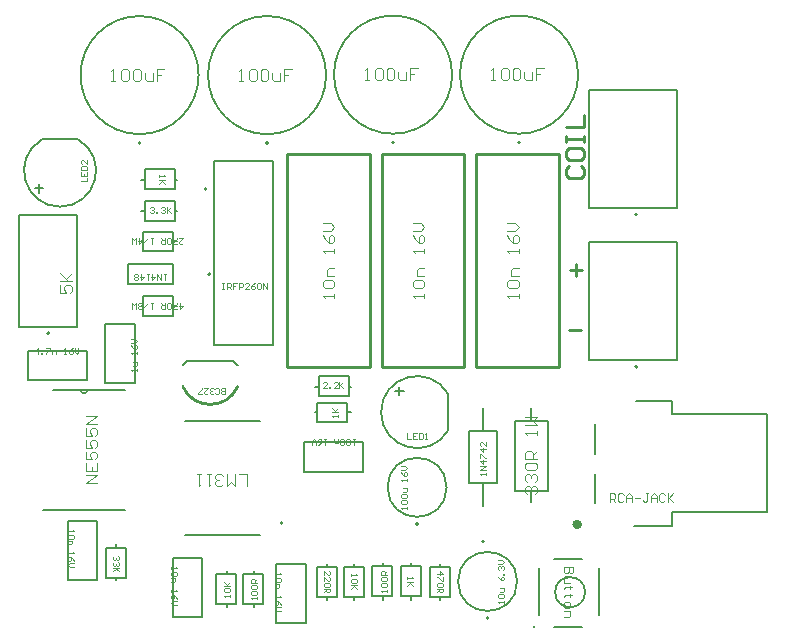
<source format=gto>
G04*
G04 #@! TF.GenerationSoftware,Altium Limited,Altium Designer,21.0.8 (223)*
G04*
G04 Layer_Color=65535*
%FSTAX24Y24*%
%MOIN*%
G70*
G04*
G04 #@! TF.SameCoordinates,67FEE026-561A-4E2F-A948-FBB6D6F09F3B*
G04*
G04*
G04 #@! TF.FilePolarity,Positive*
G04*
G01*
G75*
%ADD10C,0.0079*%
%ADD11C,0.0050*%
%ADD12C,0.0060*%
%ADD13C,0.0070*%
%ADD14C,0.0157*%
%ADD15C,0.0100*%
%ADD16C,0.0039*%
D10*
X068139Y02463D02*
G03*
X068139Y02463I-000039J0D01*
G01*
X063189Y011186D02*
G03*
X063189Y011186I-000039J0D01*
G01*
X048539Y020683D02*
G03*
X048539Y020683I-000039J0D01*
G01*
X056322Y01435D02*
G03*
X056322Y01435I-000039J0D01*
G01*
X060839Y014323D02*
G03*
X060839Y014323I-000039J0D01*
G01*
X063039Y013745D02*
G03*
X063039Y013745I-000039J0D01*
G01*
X053908Y02265D02*
G03*
X053908Y02265I-000039J0D01*
G01*
X053789Y025496D02*
G03*
X053789Y025496I-000039J0D01*
G01*
X054822Y019598D02*
G03*
X054658Y019762I-000556J-000392D01*
G01*
X053152D02*
G03*
X052988Y019598I000392J-000556D01*
G01*
X051589Y02702D02*
G03*
X051589Y02702I-000039J0D01*
G01*
X055839D02*
G03*
X055839Y02702I-000039J0D01*
G01*
X060039Y027036D02*
G03*
X060039Y027036I-000039J0D01*
G01*
X064239D02*
G03*
X064239Y027036I-000039J0D01*
G01*
X068139Y019561D02*
G03*
X068139Y019561I-000039J0D01*
G01*
X053152Y019762D02*
X054648D01*
D11*
X064134Y012406D02*
G03*
X064134Y012406I-000984J0D01*
G01*
X061784Y015544D02*
G03*
X061784Y015544I-000984J0D01*
G01*
X053519Y029284D02*
G03*
X053519Y029284I-001969J0D01*
G01*
X057769D02*
G03*
X057769Y029284I-001969J0D01*
G01*
X061968Y0293D02*
G03*
X061968Y0293I-001969J0D01*
G01*
X066168D02*
G03*
X066168Y0293I-001969J0D01*
G01*
X066525Y028803D02*
X069478D01*
Y024866D02*
Y028803D01*
X066525Y024866D02*
X069478D01*
X066525D02*
Y028803D01*
X051392Y019016D02*
Y020984D01*
X050408Y019016D02*
Y020984D01*
X051392D01*
X050408Y019016D02*
X051392D01*
X049449Y020874D02*
Y024626D01*
X047547Y020874D02*
X049449D01*
X047547Y024626D02*
X049449D01*
X047547Y020874D02*
Y024626D01*
X047816Y020092D02*
X049784D01*
X047816Y019108D02*
X049784D01*
X047816D02*
Y020092D01*
X049784Y019108D02*
Y020092D01*
X050142Y012466D02*
Y014434D01*
X049158Y012466D02*
Y014434D01*
X050142D01*
X049158Y012466D02*
X050142D01*
X05305Y017738D02*
X05555D01*
X05305Y013962D02*
X05555D01*
X053642Y011216D02*
Y013184D01*
X052658Y011216D02*
Y013184D01*
X053642D01*
X052658Y011216D02*
X053642D01*
X057016Y017042D02*
X058984D01*
X057016Y016058D02*
X058984D01*
X057016D02*
Y017042D01*
X058984Y016058D02*
Y017042D01*
X057092Y011016D02*
Y012984D01*
X056108Y011016D02*
Y012984D01*
X057092D01*
X056108Y011016D02*
X057092D01*
X063Y014914D02*
Y015694D01*
Y017406D02*
Y018186D01*
X062547Y015694D02*
X063D01*
X063453D01*
Y017406D01*
X063D02*
X063453D01*
X062547D02*
X063D01*
X062547Y015694D02*
Y017406D01*
X069305Y014716D02*
X072454D01*
Y017984D01*
X069305D02*
X072454D01*
X069305D02*
Y018437D01*
X068084D02*
X069305D01*
Y014263D02*
Y014716D01*
X068045Y014263D02*
X069305D01*
X066746Y016665D02*
Y017669D01*
Y015011D02*
Y015996D01*
X052649Y022311D02*
Y022989D01*
X051151D02*
X052649D01*
X051151Y022311D02*
Y022989D01*
Y022311D02*
X052649D01*
X054044Y020279D02*
Y026421D01*
Y020279D02*
X056013D01*
Y026421D01*
X054044D02*
X056013D01*
X066525Y019797D02*
Y023734D01*
Y019797D02*
X069478D01*
Y023734D01*
X066525D02*
X069478D01*
D12*
X04958Y0188D02*
G03*
X04982Y0188I00012J0D01*
G01*
X0664Y01205D02*
G03*
X0664Y01205I-0005J0D01*
G01*
X04865Y0188D02*
X04958D01*
X04982D01*
X05107D01*
X04833Y0148D02*
X05107D01*
X06685Y0113D02*
Y01285D01*
X06535Y0109D02*
X0663D01*
X06485Y0113D02*
Y01284D01*
X06535Y01315D02*
X0663D01*
D13*
X048293Y027135D02*
G03*
X0495Y027139I000607J-001035D01*
G01*
X061835Y018657D02*
G03*
X061839Y01745I-001035J-000607D01*
G01*
X05274Y0258D02*
X05281D01*
X05172Y02548D02*
Y02614D01*
X05272Y02548D02*
Y02614D01*
X05172D02*
X05272D01*
X05172Y02548D02*
X05272D01*
X0516Y0258D02*
X05172D01*
X05274Y02475D02*
X05281D01*
X05172Y02443D02*
Y02509D01*
X05272Y02443D02*
Y02509D01*
X05172D02*
X05272D01*
X05172Y02443D02*
X05272D01*
X0516Y02475D02*
X05172D01*
X05159Y02375D02*
X05166D01*
X05268Y02341D02*
Y02407D01*
X05168Y02341D02*
Y02407D01*
Y02341D02*
X05268D01*
X05168Y02407D02*
X05268D01*
Y02375D02*
X0528D01*
X0483Y02714D02*
X04949D01*
X04806Y02551D02*
X04834D01*
X04821Y02536D02*
Y02566D01*
X05075Y01353D02*
Y01365D01*
X05043Y01253D02*
Y01353D01*
X05109Y01253D02*
Y01353D01*
X05043Y01253D02*
X05109D01*
X05043Y01353D02*
X05109D01*
X05075Y01244D02*
Y01251D01*
X05445Y01155D02*
Y01167D01*
X05477D02*
Y01267D01*
X05411Y01167D02*
Y01267D01*
X05477D01*
X05411Y01167D02*
X05477D01*
X05445Y01269D02*
Y01276D01*
X05535Y01155D02*
Y01167D01*
X05567D02*
Y01267D01*
X05501Y01167D02*
Y01267D01*
X05567D01*
X05501Y01167D02*
X05567D01*
X05535Y01269D02*
Y01276D01*
X05848Y01805D02*
X0586D01*
X05748Y01837D02*
X05848D01*
X05748Y01771D02*
X05848D01*
X05748D02*
Y01837D01*
X05848Y01771D02*
Y01837D01*
X05739Y01805D02*
X05746D01*
X0578Y01288D02*
Y013D01*
X05748Y01188D02*
Y01288D01*
X05814Y01188D02*
Y01288D01*
X05748Y01188D02*
X05814D01*
X05748Y01288D02*
X05814D01*
X0578Y01179D02*
Y01186D01*
X0587Y01288D02*
Y013D01*
X05838Y01188D02*
Y01288D01*
X05904Y01188D02*
Y01288D01*
X05838Y01188D02*
X05904D01*
X05838Y01288D02*
X05904D01*
X0587Y01179D02*
Y01186D01*
X05965Y0118D02*
Y01192D01*
X05997D02*
Y01292D01*
X05931Y01192D02*
Y01292D01*
X05997D01*
X05931Y01192D02*
X05997D01*
X05965Y01294D02*
Y01301D01*
X0606Y0118D02*
Y01192D01*
X06092D02*
Y01292D01*
X06026Y01192D02*
Y01292D01*
X06092D01*
X06026Y01192D02*
X06092D01*
X0606Y01294D02*
Y01301D01*
X06155Y01288D02*
Y013D01*
X06123Y01188D02*
Y01288D01*
X06189Y01188D02*
Y01288D01*
X06123Y01188D02*
X06189D01*
X06123Y01288D02*
X06189D01*
X06155Y01179D02*
Y01186D01*
X0647Y01091D02*
X06471Y0109D01*
X06184Y01746D02*
Y01865D01*
X06021Y01861D02*
Y01889D01*
X06006Y01874D02*
X06036D01*
X0574Y0189D02*
X05752D01*
Y01858D02*
X05852D01*
X05752Y01924D02*
X05852D01*
Y01858D02*
Y01924D01*
X05752Y01858D02*
Y01924D01*
X05854Y0189D02*
X05861D01*
X05268Y0216D02*
X0528D01*
X05168Y02192D02*
X05268D01*
X05168Y02126D02*
X05268D01*
X05168D02*
Y02192D01*
X05268Y02126D02*
Y02192D01*
X05159Y0216D02*
X05166D01*
X06459Y01777D02*
Y01818D01*
Y01504D02*
Y01542D01*
X06405D02*
Y01777D01*
Y01542D02*
X06515D01*
Y01777D01*
X06405D02*
X06515D01*
D14*
X066214Y014303D02*
G03*
X066214Y014303I-000079J0D01*
G01*
D15*
X052994Y018896D02*
G03*
X054819Y018896I000912J00041D01*
G01*
X062772Y019557D02*
X065528D01*
X062772Y026643D02*
X065528D01*
X062772Y019557D02*
Y026643D01*
X065528Y019557D02*
Y026643D01*
X059622Y019557D02*
X062378D01*
X059622Y026643D02*
X062378D01*
X059622Y019557D02*
Y026643D01*
X062378Y019557D02*
Y026643D01*
X056472Y019557D02*
X059228D01*
X056472Y026643D02*
X059228D01*
X056472Y019557D02*
Y026643D01*
X059228Y019557D02*
Y026643D01*
X0659Y0228D02*
X0663D01*
X0661Y023D02*
Y0226D01*
X06585Y0208D02*
X06625D01*
X06585Y02625D02*
X06575Y02615D01*
Y02595D01*
X06585Y02585D01*
X06625D01*
X06635Y02595D01*
Y02615D01*
X06625Y02625D01*
X06575Y02675D02*
Y02655D01*
X06585Y02645D01*
X06625D01*
X06635Y02655D01*
Y02675D01*
X06625Y02685D01*
X06585D01*
X06575Y02675D01*
Y02705D02*
Y02725D01*
Y02715D01*
X06635D01*
Y02705D01*
Y02725D01*
X06575Y027549D02*
X06635D01*
Y027949D01*
D16*
X063698Y011685D02*
Y01175D01*
Y011718D01*
X063502D01*
X063534Y011685D01*
Y011849D02*
X063502Y011882D01*
Y011947D01*
X063534Y01198D01*
X063666D01*
X063698Y011947D01*
Y011882D01*
X063666Y011849D01*
X063534D01*
X063567Y012046D02*
X063666D01*
X063698Y012078D01*
Y012177D01*
X063567D01*
X063502Y01257D02*
X063534Y012505D01*
X0636Y012439D01*
X063666D01*
X063698Y012472D01*
Y012537D01*
X063666Y01257D01*
X063633D01*
X0636Y012537D01*
Y012439D01*
X063698Y012636D02*
X063666D01*
Y012669D01*
X063698D01*
Y012636D01*
X063534Y0128D02*
X063502Y012833D01*
Y012898D01*
X063534Y012931D01*
X063567D01*
X0636Y012898D01*
Y012865D01*
Y012898D01*
X063633Y012931D01*
X063666D01*
X063698Y012898D01*
Y012833D01*
X063666Y0128D01*
X063502Y012997D02*
X063633D01*
X063698Y013062D01*
X063633Y013128D01*
X063502D01*
X049602Y025739D02*
X049798D01*
Y02587D01*
X049602Y026067D02*
Y025936D01*
X049798D01*
Y026067D01*
X0497Y025936D02*
Y026002D01*
X049602Y026133D02*
X049798D01*
Y026231D01*
X049766Y026264D01*
X049634D01*
X049602Y026231D01*
Y026133D01*
X049798Y026461D02*
Y02633D01*
X049667Y026461D01*
X049634D01*
X049602Y026428D01*
Y026362D01*
X049634Y02633D01*
X060472Y017348D02*
Y017152D01*
X060603D01*
X0608Y017348D02*
X060669D01*
Y017152D01*
X0608D01*
X060669Y01725D02*
X060734D01*
X060866Y017348D02*
Y017152D01*
X060964D01*
X060997Y017184D01*
Y017316D01*
X060964Y017348D01*
X060866D01*
X061062Y017152D02*
X061128D01*
X061095D01*
Y017348D01*
X061062Y017316D01*
X048903Y022284D02*
Y022022D01*
X0491D01*
X049034Y022153D01*
Y022219D01*
X0491Y022284D01*
X049231D01*
X049297Y022219D01*
Y022088D01*
X049231Y022022D01*
X048903Y022416D02*
X049297D01*
X049166D01*
X048903Y022678D01*
X0491Y022481D01*
X049297Y022678D01*
X05512Y015603D02*
Y015997D01*
X054858D01*
X054726D02*
Y015603D01*
X054595Y015734D01*
X054464Y015603D01*
Y015997D01*
X054333Y015669D02*
X054267Y015603D01*
X054136D01*
X05407Y015669D01*
Y015734D01*
X054136Y0158D01*
X054202D01*
X054136D01*
X05407Y015866D01*
Y015931D01*
X054136Y015997D01*
X054267D01*
X054333Y015931D01*
X053939Y015997D02*
X053808D01*
X053874D01*
Y015603D01*
X053939Y015669D01*
X053611Y015997D02*
X05348D01*
X053546D01*
Y015603D01*
X053611Y015669D01*
X050147Y015685D02*
X049753D01*
X050147Y015947D01*
X049753D01*
Y016341D02*
Y016078D01*
X050147D01*
Y016341D01*
X04995Y016078D02*
Y01621D01*
X049753Y016734D02*
Y016472D01*
X04995D01*
X049884Y016603D01*
Y016669D01*
X04995Y016734D01*
X050081D01*
X050147Y016669D01*
Y016538D01*
X050081Y016472D01*
X049753Y017128D02*
Y016866D01*
X04995D01*
X049884Y016997D01*
Y017062D01*
X04995Y017128D01*
X050081D01*
X050147Y017062D01*
Y016931D01*
X050081Y016866D01*
X049753Y017522D02*
Y017259D01*
X04995D01*
X049884Y01739D01*
Y017456D01*
X04995Y017522D01*
X050081D01*
X050147Y017456D01*
Y017325D01*
X050081Y017259D01*
X050147Y017653D02*
X049753D01*
X050147Y017915D01*
X049753D01*
X055448Y011806D02*
Y011871D01*
Y011838D01*
X055252D01*
X055284Y011806D01*
Y01197D02*
X055252Y012002D01*
Y012068D01*
X055284Y012101D01*
X055416D01*
X055448Y012068D01*
Y012002D01*
X055416Y01197D01*
X055284D01*
Y012166D02*
X055252Y012199D01*
Y012265D01*
X055284Y012298D01*
X055416D01*
X055448Y012265D01*
Y012199D01*
X055416Y012166D01*
X055284D01*
X055448Y012363D02*
X055252D01*
Y012462D01*
X055284Y012494D01*
X05535D01*
X055383Y012462D01*
Y012363D01*
Y012429D02*
X055448Y012494D01*
X054548Y011904D02*
Y01197D01*
Y011937D01*
X054352D01*
X054384Y011904D01*
Y012068D02*
X054352Y012101D01*
Y012166D01*
X054384Y012199D01*
X054516D01*
X054548Y012166D01*
Y012101D01*
X054516Y012068D01*
X054384D01*
X054352Y012265D02*
X054548D01*
X054483D01*
X054352Y012396D01*
X05445Y012298D01*
X054548Y012396D01*
X050816Y013262D02*
X050848Y01323D01*
Y013164D01*
X050816Y013131D01*
X050783D01*
X05075Y013164D01*
Y013197D01*
Y013164D01*
X050717Y013131D01*
X050684D01*
X050652Y013164D01*
Y01323D01*
X050684Y013262D01*
X050816Y013066D02*
X050848Y013033D01*
Y012967D01*
X050816Y012934D01*
X050783D01*
X05075Y012967D01*
Y013D01*
Y012967D01*
X050717Y012934D01*
X050684D01*
X050652Y012967D01*
Y013033D01*
X050684Y013066D01*
X050848Y012869D02*
X050652D01*
X050717D01*
X050848Y012738D01*
X05075Y012836D01*
X050652Y012738D01*
X052202Y025948D02*
Y025882D01*
Y025915D01*
X052398D01*
X052366Y025948D01*
X052398Y025784D02*
X052202D01*
X052267D01*
X052398Y025652D01*
X0523Y025751D01*
X052202Y025652D01*
X051906Y024866D02*
X051938Y024898D01*
X052004D01*
X052037Y024866D01*
Y024833D01*
X052004Y0248D01*
X051971D01*
X052004D01*
X052037Y024767D01*
Y024734D01*
X052004Y024702D01*
X051938D01*
X051906Y024734D01*
X052102Y024702D02*
Y024734D01*
X052135D01*
Y024702D01*
X052102D01*
X052266Y024866D02*
X052299Y024898D01*
X052365D01*
X052398Y024866D01*
Y024833D01*
X052365Y0248D01*
X052332D01*
X052365D01*
X052398Y024767D01*
Y024734D01*
X052365Y024702D01*
X052299D01*
X052266Y024734D01*
X052463Y024898D02*
Y024702D01*
Y024767D01*
X052594Y024898D01*
X052496Y0248D01*
X052594Y024702D01*
X058602Y012646D02*
Y01258D01*
Y012613D01*
X058798D01*
X058766Y012646D01*
Y012482D02*
X058798Y012449D01*
Y012384D01*
X058766Y012351D01*
X058634D01*
X058602Y012384D01*
Y012449D01*
X058634Y012482D01*
X058766D01*
X058798Y012285D02*
X058602D01*
X058667D01*
X058798Y012154D01*
X0587Y012252D01*
X058602Y012154D01*
X059798Y012056D02*
Y012121D01*
Y012088D01*
X059602D01*
X059634Y012056D01*
Y01222D02*
X059602Y012252D01*
Y012318D01*
X059634Y012351D01*
X059766D01*
X059798Y012318D01*
Y012252D01*
X059766Y01222D01*
X059634D01*
Y012416D02*
X059602Y012449D01*
Y012515D01*
X059634Y012548D01*
X059766D01*
X059798Y012515D01*
Y012449D01*
X059766Y012416D01*
X059634D01*
X059798Y012613D02*
X059602D01*
Y012712D01*
X059634Y012744D01*
X0597D01*
X059733Y012712D01*
Y012613D01*
Y012679D02*
X059798Y012744D01*
X061452Y012662D02*
X061648D01*
X06155Y012761D01*
Y01263D01*
X061648Y012564D02*
Y012433D01*
X061616D01*
X061484Y012564D01*
X061452D01*
X061616Y012367D02*
X061648Y012334D01*
Y012269D01*
X061616Y012236D01*
X061484D01*
X061452Y012269D01*
Y012334D01*
X061484Y012367D01*
X061616D01*
X061452Y01217D02*
X061648D01*
Y012072D01*
X061616Y012039D01*
X06155D01*
X061517Y012072D01*
Y01217D01*
Y012105D02*
X061452Y012039D01*
X058148Y017902D02*
Y017968D01*
Y017935D01*
X057952D01*
X057984Y017902D01*
X057952Y018066D02*
X058148D01*
X058083D01*
X057952Y018198D01*
X05805Y018099D01*
X058148Y018198D01*
X060452Y012548D02*
Y012482D01*
Y012515D01*
X060648D01*
X060616Y012548D01*
X060648Y012384D02*
X060452D01*
X060517D01*
X060648Y012252D01*
X06055Y012351D01*
X060452Y012252D01*
X057702Y01263D02*
Y012761D01*
X057833Y01263D01*
X057866D01*
X057898Y012662D01*
Y012728D01*
X057866Y012761D01*
X057702Y012433D02*
Y012564D01*
X057833Y012433D01*
X057866D01*
X057898Y012466D01*
Y012531D01*
X057866Y012564D01*
Y012367D02*
X057898Y012334D01*
Y012269D01*
X057866Y012236D01*
X057734D01*
X057702Y012269D01*
Y012334D01*
X057734Y012367D01*
X057866D01*
X057702Y01217D02*
X057898D01*
Y012072D01*
X057866Y012039D01*
X0578D01*
X057767Y012072D01*
Y01217D01*
Y012105D02*
X057702Y012039D01*
X057787Y018852D02*
X057656D01*
X057787Y018983D01*
Y019016D01*
X057754Y019048D01*
X057688D01*
X057656Y019016D01*
X057852Y018852D02*
Y018884D01*
X057885D01*
Y018852D01*
X057852D01*
X058148D02*
X058016D01*
X058148Y018983D01*
Y019016D01*
X058115Y019048D01*
X058049D01*
X058016Y019016D01*
X058213Y019048D02*
Y018852D01*
Y018917D01*
X058344Y019048D01*
X058246Y01895D01*
X058344Y018852D01*
X064469Y015321D02*
X064403Y015386D01*
Y015518D01*
X064469Y015583D01*
X064534D01*
X0646Y015518D01*
Y015452D01*
Y015518D01*
X064666Y015583D01*
X064731D01*
X064797Y015518D01*
Y015386D01*
X064731Y015321D01*
X064469Y015714D02*
X064403Y01578D01*
Y015911D01*
X064469Y015977D01*
X064534D01*
X0646Y015911D01*
Y015846D01*
Y015911D01*
X064666Y015977D01*
X064731D01*
X064797Y015911D01*
Y01578D01*
X064731Y015714D01*
X064469Y016108D02*
X064403Y016174D01*
Y016305D01*
X064469Y01637D01*
X064731D01*
X064797Y016305D01*
Y016174D01*
X064731Y016108D01*
X064469D01*
X064797Y016502D02*
X064403D01*
Y016698D01*
X064469Y016764D01*
X0646D01*
X064666Y016698D01*
Y016502D01*
Y016633D02*
X064797Y016764D01*
Y017289D02*
Y01742D01*
Y017354D01*
X064403D01*
X064469Y017289D01*
X064403Y017617D02*
X064797D01*
X064666Y017748D01*
X064797Y017879D01*
X064403D01*
X052855Y023848D02*
X052986D01*
X052855Y023717D01*
Y023684D01*
X052888Y023652D01*
X052954D01*
X052986Y023684D01*
X05279Y023652D02*
X052658D01*
Y023684D01*
X05279Y023816D01*
Y023848D01*
X052593Y023684D02*
X05256Y023652D01*
X052494D01*
X052462Y023684D01*
Y023816D01*
X052494Y023848D01*
X05256D01*
X052593Y023816D01*
Y023684D01*
X052396Y023848D02*
Y023652D01*
X052298D01*
X052265Y023684D01*
Y02375D01*
X052298Y023783D01*
X052396D01*
X05233D02*
X052265Y023848D01*
X052002D02*
X051937D01*
X05197D01*
Y023652D01*
X052002Y023684D01*
X051838Y023848D02*
X051707Y023717D01*
X051543Y023848D02*
Y023652D01*
X051642Y02375D01*
X05151D01*
X051445Y023652D02*
Y023848D01*
X051379Y023783D01*
X051314Y023848D01*
Y023652D01*
X052888Y021698D02*
Y021502D01*
X052986Y0216D01*
X052855D01*
X05279Y021502D02*
X052658D01*
Y021534D01*
X05279Y021666D01*
Y021698D01*
X052593Y021534D02*
X05256Y021502D01*
X052494D01*
X052462Y021534D01*
Y021666D01*
X052494Y021698D01*
X05256D01*
X052593Y021666D01*
Y021534D01*
X052396Y021698D02*
Y021502D01*
X052298D01*
X052265Y021534D01*
Y0216D01*
X052298Y021633D01*
X052396D01*
X05233D02*
X052265Y021698D01*
X052002D02*
X051937D01*
X05197D01*
Y021502D01*
X052002Y021534D01*
X051838Y021698D02*
X051707Y021567D01*
X051642Y021534D02*
X051609Y021502D01*
X051543D01*
X05151Y021534D01*
Y021567D01*
X051543Y0216D01*
X05151Y021633D01*
Y021666D01*
X051543Y021698D01*
X051609D01*
X051642Y021666D01*
Y021633D01*
X051609Y0216D01*
X051642Y021567D01*
Y021534D01*
X051609Y0216D02*
X051543D01*
X051445Y021502D02*
Y021698D01*
X051379Y021633D01*
X051314Y021698D01*
Y021502D01*
X054409Y018652D02*
Y018848D01*
X054311D01*
X054278Y018816D01*
Y018783D01*
X054311Y01875D01*
X054409D01*
X054311D01*
X054278Y018717D01*
Y018684D01*
X054311Y018652D01*
X054409D01*
X054081Y018684D02*
X054114Y018652D01*
X05418D01*
X054212Y018684D01*
Y018816D01*
X05418Y018848D01*
X054114D01*
X054081Y018816D01*
X054016Y018684D02*
X053983Y018652D01*
X053917D01*
X053884Y018684D01*
Y018717D01*
X053917Y01875D01*
X05395D01*
X053917D01*
X053884Y018783D01*
Y018816D01*
X053917Y018848D01*
X053983D01*
X054016Y018816D01*
X053688Y018848D02*
X053819D01*
X053688Y018717D01*
Y018684D01*
X05372Y018652D01*
X053786D01*
X053819Y018684D01*
X053622Y018652D02*
X053491D01*
Y018684D01*
X053622Y018816D01*
Y018848D01*
X054312Y022348D02*
X054378D01*
X054345D01*
Y022152D01*
X054312D01*
X054378D01*
X054476D02*
Y022348D01*
X054574D01*
X054607Y022316D01*
Y02225D01*
X054574Y022217D01*
X054476D01*
X054542D02*
X054607Y022152D01*
X054804Y022348D02*
X054673D01*
Y02225D01*
X054738D01*
X054673D01*
Y022152D01*
X05487D02*
Y022348D01*
X054968D01*
X055001Y022316D01*
Y02225D01*
X054968Y022217D01*
X05487D01*
X055198Y022152D02*
X055066D01*
X055198Y022283D01*
Y022316D01*
X055165Y022348D01*
X055099D01*
X055066Y022316D01*
X055394Y022348D02*
X055329Y022316D01*
X055263Y02225D01*
Y022184D01*
X055296Y022152D01*
X055362D01*
X055394Y022184D01*
Y022217D01*
X055362Y02225D01*
X055263D01*
X05546Y022316D02*
X055493Y022348D01*
X055558D01*
X055591Y022316D01*
Y022184D01*
X055558Y022152D01*
X055493D01*
X05546Y022184D01*
Y022316D01*
X055657Y022152D02*
Y022348D01*
X055788Y022152D01*
Y022348D01*
X067223Y015062D02*
Y015338D01*
X067361D01*
X067407Y015292D01*
Y0152D01*
X067361Y015154D01*
X067223D01*
X067315D02*
X067407Y015062D01*
X067682Y015292D02*
X067636Y015338D01*
X067544D01*
X067499Y015292D01*
Y015108D01*
X067544Y015062D01*
X067636D01*
X067682Y015108D01*
X067774Y015062D02*
Y015246D01*
X067866Y015338D01*
X067958Y015246D01*
Y015062D01*
Y0152D01*
X067774D01*
X06805D02*
X068233D01*
X068509Y015338D02*
X068417D01*
X068463D01*
Y015108D01*
X068417Y015062D01*
X068371D01*
X068325Y015108D01*
X068601Y015062D02*
Y015246D01*
X068692Y015338D01*
X068784Y015246D01*
Y015062D01*
Y0152D01*
X068601D01*
X06906Y015292D02*
X069014Y015338D01*
X068922D01*
X068876Y015292D01*
Y015108D01*
X068922Y015062D01*
X069014D01*
X06906Y015108D01*
X069152Y015338D02*
Y015062D01*
Y015154D01*
X069335Y015338D01*
X069197Y0152D01*
X069335Y015062D01*
X052425Y022648D02*
X052359D01*
X052392D01*
Y022452D01*
X052425Y022484D01*
X052261Y022648D02*
Y022452D01*
X05213Y022648D01*
Y022452D01*
X051966Y022648D02*
Y022452D01*
X052064Y02255D01*
X051933D01*
X051867Y022648D02*
X051802D01*
X051834D01*
Y022452D01*
X051867Y022484D01*
X051605Y022648D02*
Y022452D01*
X051703Y02255D01*
X051572D01*
X051506Y022484D02*
X051474Y022452D01*
X051408D01*
X051375Y022484D01*
Y022517D01*
X051408Y02255D01*
X051375Y022583D01*
Y022616D01*
X051408Y022648D01*
X051474D01*
X051506Y022616D01*
Y022583D01*
X051474Y02255D01*
X051506Y022517D01*
Y022484D01*
X051474Y02255D02*
X051408D01*
X063098Y015959D02*
Y016024D01*
Y015992D01*
X062902D01*
X062934Y015959D01*
X063098Y016123D02*
X062902D01*
X063098Y016254D01*
X062902D01*
X063098Y016418D02*
X062902D01*
X063Y01632D01*
Y016451D01*
X062902Y016516D02*
Y016648D01*
X062934D01*
X063066Y016516D01*
X063098D01*
Y016812D02*
X062902D01*
X063Y016713D01*
Y016844D01*
X063098Y017041D02*
Y01691D01*
X062967Y017041D01*
X062934D01*
X062902Y017008D01*
Y016943D01*
X062934Y01691D01*
X052602Y012873D02*
Y012808D01*
Y01284D01*
X052798D01*
X052766Y012873D01*
Y012709D02*
X052798Y012676D01*
Y012611D01*
X052766Y012578D01*
X052634D01*
X052602Y012611D01*
Y012676D01*
X052634Y012709D01*
X052766D01*
X052602Y012512D02*
X052733D01*
Y012414D01*
X0527Y012381D01*
X052602D01*
Y012119D02*
Y012053D01*
Y012086D01*
X052798D01*
X052766Y012119D01*
X052798Y011824D02*
X052766Y011889D01*
X0527Y011955D01*
X052634D01*
X052602Y011922D01*
Y011856D01*
X052634Y011824D01*
X052667D01*
X0527Y011856D01*
Y011955D01*
X052798Y011758D02*
X052667D01*
X052602Y011692D01*
X052667Y011627D01*
X052798D01*
X049152Y014131D02*
Y014065D01*
Y014098D01*
X049348D01*
X049316Y014131D01*
Y013967D02*
X049348Y013934D01*
Y013869D01*
X049316Y013836D01*
X049184D01*
X049152Y013869D01*
Y013934D01*
X049184Y013967D01*
X049316D01*
X049152Y01377D02*
X049283D01*
Y013672D01*
X04925Y013639D01*
X049152D01*
Y013377D02*
Y013311D01*
Y013344D01*
X049348D01*
X049316Y013377D01*
X049348Y013082D02*
X049316Y013147D01*
X04925Y013213D01*
X049184D01*
X049152Y01318D01*
Y013114D01*
X049184Y013082D01*
X049217D01*
X04925Y013114D01*
Y013213D01*
X049348Y013016D02*
X049217D01*
X049152Y01295D01*
X049217Y012885D01*
X049348D01*
X048169Y020002D02*
Y020198D01*
X048071Y0201D01*
X048202D01*
X048267Y020002D02*
Y020034D01*
X0483D01*
Y020002D01*
X048267D01*
X048431Y020198D02*
X048563D01*
Y020166D01*
X048431Y020034D01*
Y020002D01*
X048628D02*
Y020133D01*
X048727D01*
X048759Y0201D01*
Y020002D01*
X049022D02*
X049087D01*
X049055D01*
Y020198D01*
X049022Y020166D01*
X049317Y020198D02*
X049251Y020166D01*
X049186Y0201D01*
Y020034D01*
X049219Y020002D01*
X049284D01*
X049317Y020034D01*
Y020067D01*
X049284Y0201D01*
X049186D01*
X049382Y020198D02*
Y020067D01*
X049448Y020002D01*
X049514Y020067D01*
Y020198D01*
X058729Y017148D02*
X058664D01*
X058697D01*
Y016952D01*
X058729Y016984D01*
X058565D02*
X058533Y016952D01*
X058467D01*
X058434Y016984D01*
Y017116D01*
X058467Y017148D01*
X058533D01*
X058565Y017116D01*
Y016984D01*
X058369D02*
X058336Y016952D01*
X05827D01*
X058237Y016984D01*
Y017116D01*
X05827Y017148D01*
X058336D01*
X058369Y017116D01*
Y016984D01*
X058172Y017148D02*
Y017017D01*
X058073D01*
X058041Y01705D01*
Y017148D01*
X057778D02*
X057713D01*
X057745D01*
Y016952D01*
X057778Y016984D01*
X057483Y016952D02*
X057549Y016984D01*
X057614Y01705D01*
Y017116D01*
X057582Y017148D01*
X057516D01*
X057483Y017116D01*
Y017083D01*
X057516Y01705D01*
X057614D01*
X057418Y016952D02*
Y017083D01*
X057352Y017148D01*
X057286Y017083D01*
Y016952D01*
X051448Y019425D02*
Y019491D01*
Y019458D01*
X051252D01*
X051284Y019425D01*
X051317Y019589D02*
X051416D01*
X051448Y019622D01*
Y01972D01*
X051317D01*
X051448Y019983D02*
Y020048D01*
Y020016D01*
X051252D01*
X051284Y019983D01*
X051252Y020278D02*
X051284Y020212D01*
X05135Y020147D01*
X051416D01*
X051448Y02018D01*
Y020245D01*
X051416Y020278D01*
X051383D01*
X05135Y020245D01*
Y020147D01*
X051252Y020344D02*
X051383D01*
X051448Y020409D01*
X051383Y020475D01*
X051252D01*
X056052Y012673D02*
Y012608D01*
Y01264D01*
X056248D01*
X056216Y012673D01*
Y012509D02*
X056248Y012476D01*
Y012411D01*
X056216Y012378D01*
X056084D01*
X056052Y012411D01*
Y012476D01*
X056084Y012509D01*
X056216D01*
X056052Y012312D02*
X056183D01*
Y012214D01*
X05615Y012181D01*
X056052D01*
Y011919D02*
Y011853D01*
Y011886D01*
X056248D01*
X056216Y011919D01*
X056248Y011624D02*
X056216Y011689D01*
X05615Y011755D01*
X056084D01*
X056052Y011722D01*
Y011656D01*
X056084Y011624D01*
X056117D01*
X05615Y011656D01*
Y011755D01*
X056248Y011558D02*
X056117D01*
X056052Y011492D01*
X056117Y011427D01*
X056248D01*
X064197Y021854D02*
Y021985D01*
Y021919D01*
X063803D01*
X063869Y021854D01*
Y022182D02*
X063803Y022247D01*
Y022378D01*
X063869Y022444D01*
X064131D01*
X064197Y022378D01*
Y022247D01*
X064131Y022182D01*
X063869D01*
X064197Y022575D02*
X063934D01*
Y022772D01*
X064Y022838D01*
X064197D01*
Y023362D02*
Y023494D01*
Y023428D01*
X063803D01*
X063869Y023362D01*
X063803Y023953D02*
X063869Y023822D01*
X064Y02369D01*
X064131D01*
X064197Y023756D01*
Y023887D01*
X064131Y023953D01*
X064066D01*
X064Y023887D01*
Y02369D01*
X063803Y024084D02*
X064066D01*
X064197Y024215D01*
X064066Y024346D01*
X063803D01*
X061047Y021854D02*
Y021985D01*
Y021919D01*
X060653D01*
X060719Y021854D01*
Y022182D02*
X060653Y022247D01*
Y022378D01*
X060719Y022444D01*
X060981D01*
X061047Y022378D01*
Y022247D01*
X060981Y022182D01*
X060719D01*
X061047Y022575D02*
X060784D01*
Y022772D01*
X06085Y022838D01*
X061047D01*
Y023362D02*
Y023494D01*
Y023428D01*
X060653D01*
X060719Y023362D01*
X060653Y023953D02*
X060719Y023822D01*
X06085Y02369D01*
X060981D01*
X061047Y023756D01*
Y023887D01*
X060981Y023953D01*
X060916D01*
X06085Y023887D01*
Y02369D01*
X060653Y024084D02*
X060916D01*
X061047Y024215D01*
X060916Y024346D01*
X060653D01*
X058047Y021854D02*
Y021985D01*
Y021919D01*
X057653D01*
X057719Y021854D01*
Y022182D02*
X057653Y022247D01*
Y022378D01*
X057719Y022444D01*
X057981D01*
X058047Y022378D01*
Y022247D01*
X057981Y022182D01*
X057719D01*
X058047Y022575D02*
X057784D01*
Y022772D01*
X05785Y022838D01*
X058047D01*
Y023362D02*
Y023494D01*
Y023428D01*
X057653D01*
X057719Y023362D01*
X057653Y023953D02*
X057719Y023822D01*
X05785Y02369D01*
X057981D01*
X058047Y023756D01*
Y023887D01*
X057981Y023953D01*
X057916D01*
X05785Y023887D01*
Y02369D01*
X057653Y024084D02*
X057916D01*
X058047Y024215D01*
X057916Y024346D01*
X057653D01*
X060448Y014816D02*
Y014881D01*
Y014849D01*
X060252D01*
X060284Y014816D01*
Y01498D02*
X060252Y015013D01*
Y015078D01*
X060284Y015111D01*
X060416D01*
X060448Y015078D01*
Y015013D01*
X060416Y01498D01*
X060284D01*
Y015177D02*
X060252Y015209D01*
Y015275D01*
X060284Y015308D01*
X060416D01*
X060448Y015275D01*
Y015209D01*
X060416Y015177D01*
X060284D01*
X060317Y015373D02*
X060416D01*
X060448Y015406D01*
Y015505D01*
X060317D01*
X060448Y015767D02*
Y015833D01*
Y0158D01*
X060252D01*
X060284Y015767D01*
X060252Y016062D02*
X060284Y015997D01*
X06035Y015931D01*
X060416D01*
X060448Y015964D01*
Y016029D01*
X060416Y016062D01*
X060383D01*
X06035Y016029D01*
Y015931D01*
X060252Y016128D02*
X060383D01*
X060448Y016193D01*
X060383Y016259D01*
X060252D01*
X06326Y02912D02*
X063391D01*
X063326D01*
Y029514D01*
X06326Y029448D01*
X063588D02*
X063654Y029514D01*
X063785D01*
X06385Y029448D01*
Y029186D01*
X063785Y02912D01*
X063654D01*
X063588Y029186D01*
Y029448D01*
X063982D02*
X064047Y029514D01*
X064178D01*
X064244Y029448D01*
Y029186D01*
X064178Y02912D01*
X064047D01*
X063982Y029186D01*
Y029448D01*
X064375Y029382D02*
Y029186D01*
X064441Y02912D01*
X064638D01*
Y029382D01*
X065031Y029514D02*
X064769D01*
Y029317D01*
X0649D01*
X064769D01*
Y02912D01*
X05906D02*
X059191D01*
X059126D01*
Y029514D01*
X05906Y029448D01*
X059388D02*
X059454Y029514D01*
X059585D01*
X05965Y029448D01*
Y029186D01*
X059585Y02912D01*
X059454D01*
X059388Y029186D01*
Y029448D01*
X059782D02*
X059847Y029514D01*
X059978D01*
X060044Y029448D01*
Y029186D01*
X059978Y02912D01*
X059847D01*
X059782Y029186D01*
Y029448D01*
X060175Y029382D02*
Y029186D01*
X060241Y02912D01*
X060438D01*
Y029382D01*
X060831Y029514D02*
X060569D01*
Y029317D01*
X0607D01*
X060569D01*
Y02912D01*
X05486Y029104D02*
X054991D01*
X054926D01*
Y029498D01*
X05486Y029432D01*
X055188D02*
X055254Y029498D01*
X055385D01*
X05545Y029432D01*
Y02917D01*
X055385Y029104D01*
X055254D01*
X055188Y02917D01*
Y029432D01*
X055582D02*
X055647Y029498D01*
X055778D01*
X055844Y029432D01*
Y02917D01*
X055778Y029104D01*
X055647D01*
X055582Y02917D01*
Y029432D01*
X055975Y029367D02*
Y02917D01*
X056041Y029104D01*
X056238D01*
Y029367D01*
X056631Y029498D02*
X056369D01*
Y029301D01*
X0565D01*
X056369D01*
Y029104D01*
X05061D02*
X050741D01*
X050676D01*
Y029498D01*
X05061Y029432D01*
X050938D02*
X051004Y029498D01*
X051135D01*
X0512Y029432D01*
Y02917D01*
X051135Y029104D01*
X051004D01*
X050938Y02917D01*
Y029432D01*
X051332D02*
X051397Y029498D01*
X051528D01*
X051594Y029432D01*
Y02917D01*
X051528Y029104D01*
X051397D01*
X051332Y02917D01*
Y029432D01*
X051725Y029367D02*
Y02917D01*
X051791Y029104D01*
X051988D01*
Y029367D01*
X052381Y029498D02*
X052119D01*
Y029301D01*
X05225D01*
X052119D01*
Y029104D01*
X066007Y01289D02*
X065693D01*
Y012732D01*
X065745Y01268D01*
X065798D01*
X06585Y012732D01*
Y01289D01*
Y012732D01*
X065902Y01268D01*
X065955D01*
X066007Y012732D01*
Y01289D01*
X065902Y012575D02*
X065745D01*
X065693Y012522D01*
Y012365D01*
X065902D01*
X065955Y012207D02*
X065902D01*
Y01226D01*
Y012155D01*
Y012207D01*
X065745D01*
X065693Y012155D01*
X065955Y011945D02*
X065902D01*
Y011998D01*
Y011893D01*
Y011945D01*
X065745D01*
X065693Y011893D01*
Y011683D02*
Y011578D01*
X065745Y011525D01*
X06585D01*
X065902Y011578D01*
Y011683D01*
X06585Y011735D01*
X065745D01*
X065693Y011683D01*
Y01142D02*
X065902D01*
Y011263D01*
X06585Y01121D01*
X065693D01*
M02*

</source>
